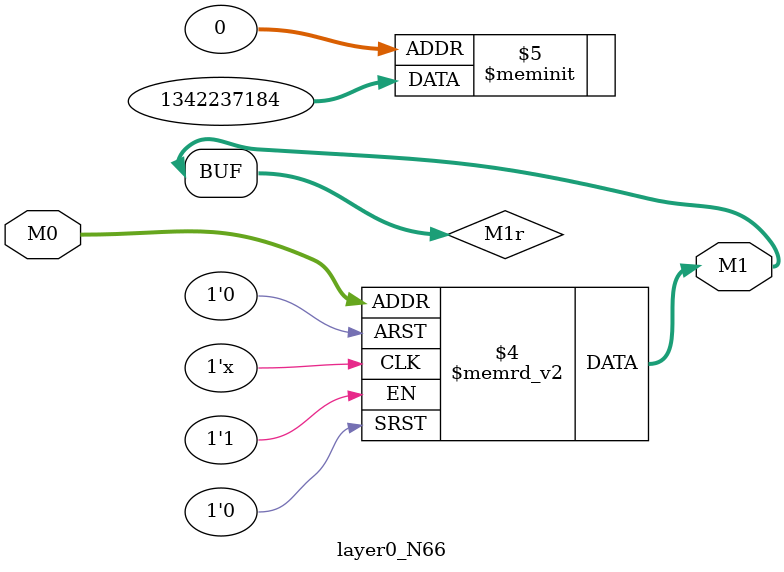
<source format=v>
module layer0_N66 ( input [3:0] M0, output [1:0] M1 );

	(*rom_style = "distributed" *) reg [1:0] M1r;
	assign M1 = M1r;
	always @ (M0) begin
		case (M0)
			4'b0000: M1r = 2'b00;
			4'b1000: M1r = 2'b00;
			4'b0100: M1r = 2'b10;
			4'b1100: M1r = 2'b00;
			4'b0010: M1r = 2'b00;
			4'b1010: M1r = 2'b00;
			4'b0110: M1r = 2'b10;
			4'b1110: M1r = 2'b01;
			4'b0001: M1r = 2'b00;
			4'b1001: M1r = 2'b00;
			4'b0101: M1r = 2'b10;
			4'b1101: M1r = 2'b00;
			4'b0011: M1r = 2'b00;
			4'b1011: M1r = 2'b00;
			4'b0111: M1r = 2'b11;
			4'b1111: M1r = 2'b01;

		endcase
	end
endmodule

</source>
